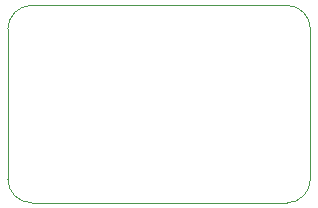
<source format=gbr>
G04 #@! TF.GenerationSoftware,KiCad,Pcbnew,(5.1.4)-1*
G04 #@! TF.CreationDate,2020-11-12T16:18:46-05:00*
G04 #@! TF.ProjectId,UniAmp,556e6941-6d70-42e6-9b69-6361645f7063,rev?*
G04 #@! TF.SameCoordinates,Original*
G04 #@! TF.FileFunction,Profile,NP*
%FSLAX46Y46*%
G04 Gerber Fmt 4.6, Leading zero omitted, Abs format (unit mm)*
G04 Created by KiCad (PCBNEW (5.1.4)-1) date 2020-11-12 16:18:46*
%MOMM*%
%LPD*%
G04 APERTURE LIST*
%ADD10C,0.050000*%
G04 APERTURE END LIST*
D10*
X109530000Y-70820000D02*
X109530000Y-83530000D01*
X133150000Y-68820000D02*
X111530000Y-68820000D01*
X135150000Y-83530000D02*
X135150000Y-70820000D01*
X111530000Y-85530000D02*
X133150000Y-85530000D01*
X135150000Y-83530000D02*
G75*
G02X133150000Y-85530000I-2000000J0D01*
G01*
X109530000Y-70820000D02*
G75*
G02X111530000Y-68820000I2000000J0D01*
G01*
X133150000Y-68820000D02*
G75*
G02X135150000Y-70820000I0J-2000000D01*
G01*
X111530000Y-85530000D02*
G75*
G02X109530000Y-83530000I0J2000000D01*
G01*
M02*

</source>
